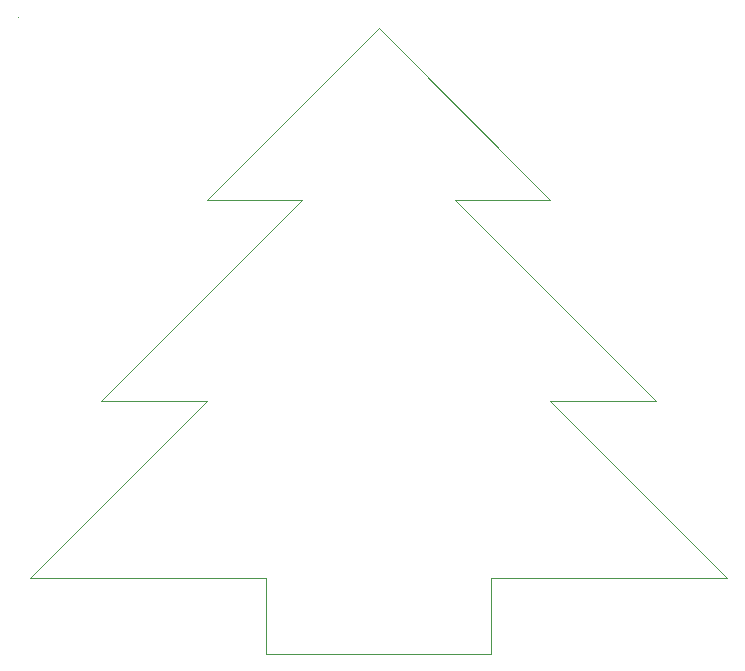
<source format=gbr>
G04 (created by PCBNEW (2013-may-18)-stable) date Tue 16 Dec 2014 10:51:35 PM EET*
%MOIN*%
G04 Gerber Fmt 3.4, Leading zero omitted, Abs format*
%FSLAX34Y34*%
G01*
G70*
G90*
G04 APERTURE LIST*
%ADD10C,0.00590551*%
%ADD11C,0.00393701*%
G04 APERTURE END LIST*
G54D10*
G54D11*
X0Y0D02*
G75*
G03X0Y0I0J0D01*
G74*
G01*
X0Y0D02*
X0Y0D01*
X0Y0D02*
X0Y0D01*
X17716Y-6102D02*
X12007Y-393D01*
X14566Y-6102D02*
X17716Y-6102D01*
X21259Y-12795D02*
X14566Y-6102D01*
X17716Y-12795D02*
X21259Y-12795D01*
X23622Y-18700D02*
X17716Y-12795D01*
X15748Y-18700D02*
X23622Y-18700D01*
X15748Y-21259D02*
X15748Y-18700D01*
X8267Y-21259D02*
X15748Y-21259D01*
X8267Y-18700D02*
X8267Y-21259D01*
X393Y-18700D02*
X8267Y-18700D01*
X6299Y-12795D02*
X393Y-18700D01*
X2755Y-12795D02*
X6299Y-12795D01*
X9448Y-6102D02*
X2755Y-12795D01*
X6299Y-6102D02*
X9448Y-6102D01*
X12007Y-393D02*
X6299Y-6102D01*
M02*

</source>
